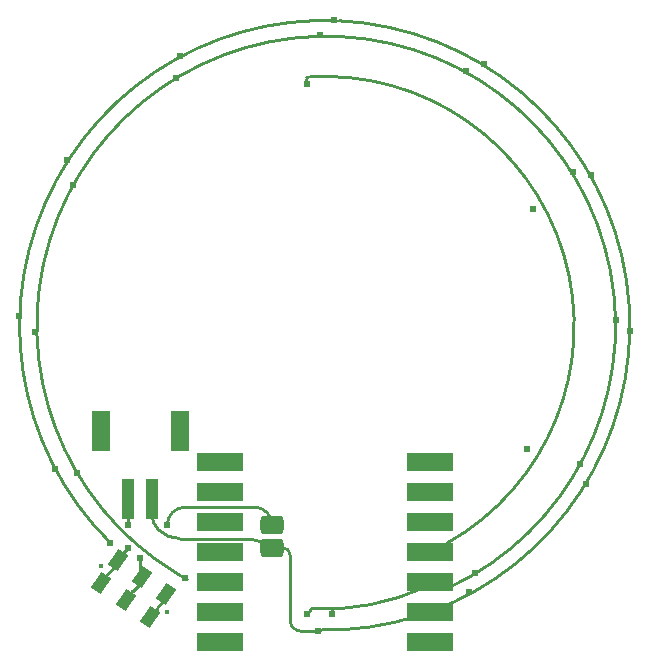
<source format=gbl>
G04*
G04 #@! TF.GenerationSoftware,Altium Limited,Altium Designer,21.8.1 (53)*
G04*
G04 Layer_Physical_Order=2*
G04 Layer_Color=16711680*
%FSLAX25Y25*%
%MOIN*%
G70*
G04*
G04 #@! TF.SameCoordinates,890B58B6-DEF3-4EBB-B803-0FA26A9B754B*
G04*
G04*
G04 #@! TF.FilePolarity,Positive*
G04*
G01*
G75*
%ADD11C,0.01000*%
%ADD74C,0.01000*%
%ADD75C,0.01772*%
G04:AMPARAMS|DCode=76|XSize=78.74mil|YSize=62.99mil|CornerRadius=15.75mil|HoleSize=0mil|Usage=FLASHONLY|Rotation=0.000|XOffset=0mil|YOffset=0mil|HoleType=Round|Shape=RoundedRectangle|*
%AMROUNDEDRECTD76*
21,1,0.07874,0.03150,0,0,0.0*
21,1,0.04724,0.06299,0,0,0.0*
1,1,0.03150,0.02362,-0.01575*
1,1,0.03150,-0.02362,-0.01575*
1,1,0.03150,-0.02362,0.01575*
1,1,0.03150,0.02362,0.01575*
%
%ADD76ROUNDEDRECTD76*%
%ADD77C,0.02400*%
%ADD78R,0.05906X0.13386*%
%ADD79R,0.03937X0.13780*%
G04:AMPARAMS|DCode=80|XSize=62.99mil|YSize=39.37mil|CornerRadius=0mil|HoleSize=0mil|Usage=FLASHONLY|Rotation=55.000|XOffset=0mil|YOffset=0mil|HoleType=Round|Shape=Rectangle|*
%AMROTATEDRECTD80*
4,1,4,-0.00194,-0.03709,-0.03419,-0.01451,0.00194,0.03709,0.03419,0.01451,-0.00194,-0.03709,0.0*
%
%ADD80ROTATEDRECTD80*%

%ADD81R,0.15748X0.06000*%
D11*
X358910Y52036D02*
G03*
X359285Y52358I-444J896D01*
G01*
X358910Y52036D02*
G03*
X357072Y48842I1425J-2945D01*
G01*
X366500Y84000D02*
G03*
X360500Y78000I0J-6000D01*
G01*
X351500Y62036D02*
G03*
X352079Y60638I1977J0D01*
G01*
X347372Y53194D02*
G03*
X347373Y53194I-387J922D01*
G01*
X349000Y56000D02*
G03*
X347941Y53658I2574J-2574D01*
G01*
X454520Y57200D02*
G03*
X363363Y62097I-41020J87300D01*
G01*
X408405Y50055D02*
G03*
X446904Y57473I3948J83127D01*
G01*
X447032Y57601D02*
G03*
X447034Y57602I-707J707D01*
G01*
X447041Y57851D02*
G03*
X447048Y57860I-761J649D01*
G01*
X395505Y78000D02*
G03*
X389505Y84000I-6000J0D01*
G01*
X355437Y81480D02*
G03*
X357500Y76500I7044J0D01*
G01*
X357571Y76429D02*
G03*
X364642Y73500I7071J7071D01*
G01*
X403862Y42879D02*
G03*
X404614Y42786I753J3022D01*
G01*
X401500Y45901D02*
G03*
X403862Y42879I3114J0D01*
G01*
X401500Y68000D02*
G03*
X399000Y70500I-2500J0D01*
G01*
X453646Y71902D02*
G03*
X407253Y227354I-40624J72525D01*
G01*
X406987Y227088D02*
G03*
X406986Y227087I707J-707D01*
G01*
X448000Y49000D02*
G03*
X341580Y72081I-35000J95500D01*
G01*
X410718Y43018D02*
G03*
X444696Y47892I2782J101482D01*
G01*
X359285Y52358D02*
X360141Y52673D01*
X357072Y48842D02*
X357445Y48581D01*
X354722Y47253D02*
X357445Y48581D01*
X360141Y52673D02*
Y54993D01*
X351500Y62036D02*
Y67000D01*
X352079Y59079D02*
Y60638D01*
X349000Y56000D02*
X352079Y59079D01*
X346659Y52899D02*
X347368Y53192D01*
X347373Y53194D02*
X347552Y53268D01*
X347693Y53409D01*
X347693Y53409D02*
X347941Y53658D01*
X347368Y53192D02*
X347372Y53194D01*
X363363Y62097D02*
X366412Y60339D01*
X367000Y60000D01*
X363363Y62097D02*
X363363Y62097D01*
X344016Y67016D02*
X347500Y70500D01*
X344016Y66284D02*
Y67016D01*
Y65124D02*
Y66284D01*
X338597Y58544D02*
Y59704D01*
X344016Y65124D01*
X415500Y48431D02*
Y50000D01*
X415495Y48426D02*
X415500Y48431D01*
X407159Y48212D02*
X408091Y49591D01*
X446904Y57473D02*
X447032Y57601D01*
X447034Y57602D02*
X447100Y57669D01*
X408091Y49591D02*
X408405Y50055D01*
X447172Y57776D02*
X448000Y59000D01*
X447100Y57669D02*
X447154Y57748D01*
X447172Y57776D01*
X447048Y57860D02*
X448000Y59000D01*
X446855Y57660D02*
X446988Y57793D01*
X446988Y57793D02*
X447020Y57825D01*
X447041Y57851D01*
X347500Y70121D02*
Y70500D01*
X347500Y78000D02*
Y86642D01*
X347563Y86705D01*
X366500Y84000D02*
X389505D01*
X355437Y81480D02*
Y86705D01*
X357500Y76500D02*
X357571Y76429D01*
X364642Y73500D02*
X388500D01*
X401500Y45901D02*
Y68000D01*
X404614Y42786D02*
X407739Y42638D01*
X395500Y70500D02*
X399000D01*
X390185Y72982D02*
X393138Y72075D01*
X388500Y73500D02*
X390185Y72982D01*
X393138Y72075D02*
X395500Y70500D01*
X406987Y227088D02*
X407253Y227354D01*
X406694Y226381D02*
X406694Y226796D01*
X406986Y227087D01*
X453450Y71500D02*
Y71707D01*
X453646Y71902D01*
X447994Y69014D02*
X453450Y71500D01*
X406694Y226381D02*
X406694Y226266D01*
X406989Y225007D01*
X407739Y42638D02*
X410711Y42767D01*
D74*
X347693Y53409D02*
D03*
X446988Y57793D02*
D03*
X406694Y226381D02*
D03*
D75*
X360334Y49091D02*
D03*
X338404Y64446D02*
D03*
D76*
X395505Y78000D02*
D03*
X395500Y70500D02*
D03*
D77*
X360500Y78000D02*
D03*
X351500Y67000D02*
D03*
X347500Y70500D02*
D03*
X347500Y78000D02*
D03*
X341500Y72000D02*
D03*
X482418Y183415D02*
D03*
X407000Y225000D02*
D03*
X500116Y91568D02*
D03*
X415495Y48426D02*
D03*
X407159Y48212D02*
D03*
X410711Y42767D02*
D03*
X480414Y103312D02*
D03*
X364618Y234327D02*
D03*
X363500Y227000D02*
D03*
X327116Y199568D02*
D03*
X329000Y191500D02*
D03*
X311116Y147568D02*
D03*
X316500Y142500D02*
D03*
X323116Y96568D02*
D03*
X330500Y95500D02*
D03*
X366420Y60353D02*
D03*
X461116Y55568D02*
D03*
X463000Y62000D02*
D03*
X498000Y98500D02*
D03*
X514616Y142568D02*
D03*
X510000Y146500D02*
D03*
X501616Y194568D02*
D03*
X495616Y195568D02*
D03*
X466116Y231568D02*
D03*
X460000Y229500D02*
D03*
X411500Y241500D02*
D03*
X416000Y246500D02*
D03*
D78*
X364689Y109343D02*
D03*
X338311D02*
D03*
D79*
X355437Y86705D02*
D03*
X347563D02*
D03*
D80*
X360141Y54993D02*
D03*
X352079Y60638D02*
D03*
X344016Y66284D02*
D03*
X354722Y47253D02*
D03*
X346659Y52899D02*
D03*
X338597Y58544D02*
D03*
D81*
X448000Y59000D02*
D03*
Y39000D02*
D03*
Y49000D02*
D03*
Y89000D02*
D03*
Y79000D02*
D03*
Y69000D02*
D03*
Y99000D02*
D03*
X378000D02*
D03*
Y69000D02*
D03*
Y79000D02*
D03*
Y89000D02*
D03*
Y59000D02*
D03*
Y49000D02*
D03*
Y39000D02*
D03*
M02*

</source>
